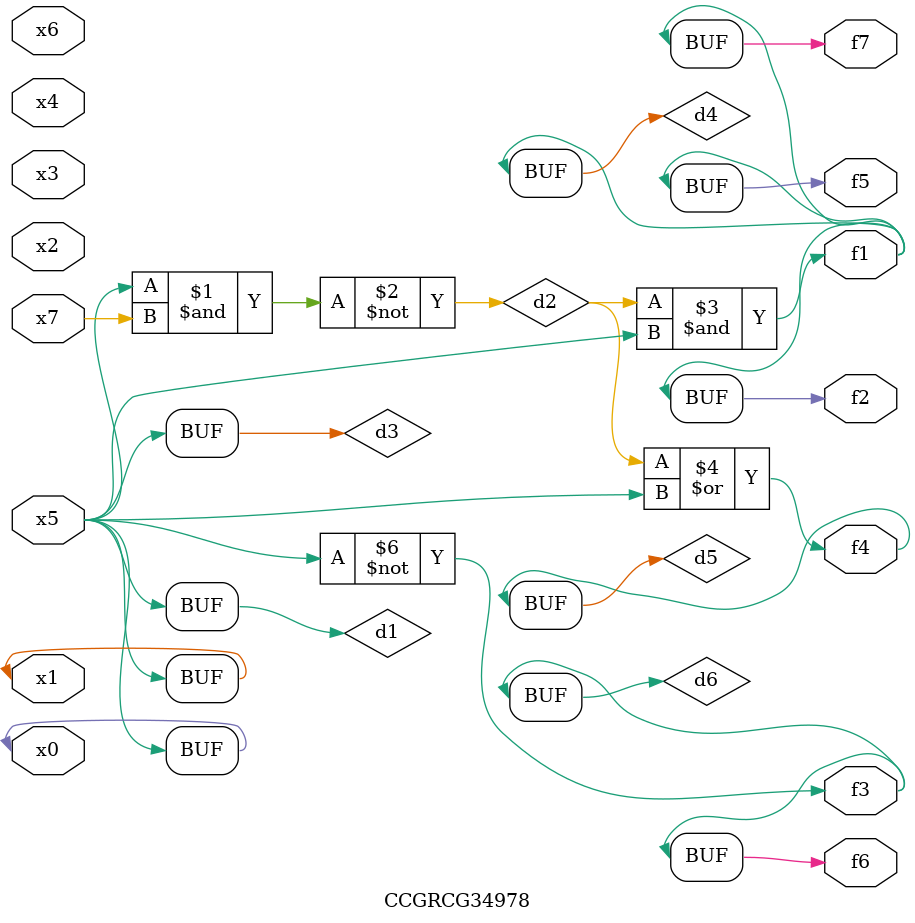
<source format=v>
module CCGRCG34978(
	input x0, x1, x2, x3, x4, x5, x6, x7,
	output f1, f2, f3, f4, f5, f6, f7
);

	wire d1, d2, d3, d4, d5, d6;

	buf (d1, x0, x5);
	nand (d2, x5, x7);
	buf (d3, x0, x1);
	and (d4, d2, d3);
	or (d5, d2, d3);
	nor (d6, d1, d3);
	assign f1 = d4;
	assign f2 = d4;
	assign f3 = d6;
	assign f4 = d5;
	assign f5 = d4;
	assign f6 = d6;
	assign f7 = d4;
endmodule

</source>
